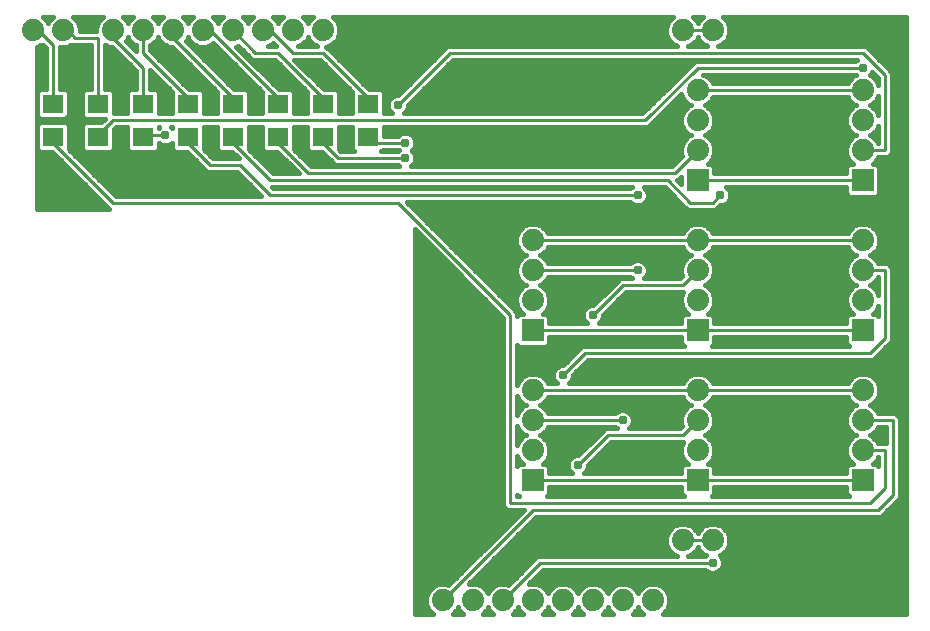
<source format=gtl>
G75*
%MOIN*%
%OFA0B0*%
%FSLAX25Y25*%
%IPPOS*%
%LPD*%
%AMOC8*
5,1,8,0,0,1.08239X$1,22.5*
%
%ADD10R,0.07400X0.07400*%
%ADD11C,0.07400*%
%ADD12R,0.07087X0.06299*%
%ADD13C,0.01000*%
%ADD14C,0.03100*%
%ADD15C,0.01600*%
D10*
X0172900Y0051800D03*
X0227900Y0051800D03*
X0282900Y0051800D03*
X0282900Y0101800D03*
X0227900Y0101800D03*
X0172900Y0101800D03*
X0227900Y0151800D03*
X0282900Y0151800D03*
D11*
X0282900Y0161800D03*
X0282900Y0171800D03*
X0282900Y0181800D03*
X0232900Y0201800D03*
X0222900Y0201800D03*
X0227900Y0181800D03*
X0227900Y0171800D03*
X0227900Y0161800D03*
X0227900Y0131800D03*
X0227900Y0121800D03*
X0227900Y0111800D03*
X0227900Y0081800D03*
X0227900Y0071800D03*
X0227900Y0061800D03*
X0222900Y0031800D03*
X0232900Y0031800D03*
X0212900Y0011800D03*
X0202900Y0011800D03*
X0192900Y0011800D03*
X0182900Y0011800D03*
X0172900Y0011800D03*
X0162900Y0011800D03*
X0152900Y0011800D03*
X0142900Y0011800D03*
X0172900Y0061800D03*
X0172900Y0071800D03*
X0172900Y0081800D03*
X0172900Y0111800D03*
X0172900Y0121800D03*
X0172900Y0131800D03*
X0102900Y0201800D03*
X0092900Y0201800D03*
X0082900Y0201800D03*
X0072900Y0201800D03*
X0062900Y0201800D03*
X0052900Y0201800D03*
X0042900Y0201800D03*
X0032900Y0201800D03*
X0016400Y0201800D03*
X0006400Y0201800D03*
X0282900Y0131800D03*
X0282900Y0121800D03*
X0282900Y0111800D03*
X0282900Y0081800D03*
X0282900Y0071800D03*
X0282900Y0061800D03*
D12*
X0117900Y0166288D03*
X0102900Y0166288D03*
X0087900Y0166288D03*
X0072900Y0166288D03*
X0057900Y0166288D03*
X0042900Y0166288D03*
X0027900Y0166288D03*
X0012900Y0166288D03*
X0012900Y0177312D03*
X0027900Y0177312D03*
X0042900Y0177312D03*
X0057900Y0177312D03*
X0072900Y0177312D03*
X0087900Y0177312D03*
X0102900Y0177312D03*
X0117900Y0177312D03*
D13*
X0117900Y0179300D01*
X0102900Y0194300D01*
X0092900Y0194300D01*
X0085400Y0201800D01*
X0082900Y0201800D01*
X0080400Y0194300D02*
X0072900Y0201800D01*
X0065400Y0201800D02*
X0062900Y0201800D01*
X0065400Y0201800D02*
X0087900Y0179300D01*
X0087900Y0177312D01*
X0072900Y0177312D02*
X0072900Y0179300D01*
X0052900Y0199300D01*
X0052900Y0201800D01*
X0042900Y0201800D02*
X0042900Y0194300D01*
X0057900Y0179300D01*
X0057900Y0177312D01*
X0050400Y0166800D02*
X0042900Y0166800D01*
X0042900Y0166288D01*
X0032900Y0171800D02*
X0210400Y0171800D01*
X0227900Y0189300D01*
X0282900Y0189300D01*
X0282900Y0194300D02*
X0290400Y0186800D01*
X0290400Y0161800D01*
X0282900Y0161800D01*
X0282900Y0151800D02*
X0227900Y0151800D01*
X0220400Y0154300D02*
X0227900Y0161800D01*
X0220400Y0154300D02*
X0097900Y0154300D01*
X0087900Y0164300D01*
X0087900Y0166288D01*
X0075400Y0156800D02*
X0085400Y0146800D01*
X0207900Y0146800D01*
X0217900Y0151800D02*
X0225400Y0144300D01*
X0232900Y0144300D01*
X0235400Y0146800D01*
X0217900Y0151800D02*
X0085400Y0151800D01*
X0072900Y0164300D01*
X0072900Y0166288D01*
X0075400Y0156800D02*
X0065400Y0156800D01*
X0057900Y0164300D01*
X0057900Y0166288D01*
X0042900Y0177312D02*
X0042900Y0189300D01*
X0032900Y0199300D01*
X0032900Y0201800D01*
X0027900Y0199300D02*
X0020400Y0199300D01*
X0017900Y0201800D01*
X0016400Y0201800D01*
X0012900Y0196800D02*
X0007900Y0201800D01*
X0006400Y0201800D01*
X0012900Y0196800D02*
X0012900Y0177312D01*
X0027900Y0177312D02*
X0027900Y0199300D01*
X0032900Y0171800D02*
X0027900Y0166800D01*
X0027900Y0166288D01*
X0012900Y0166288D02*
X0012900Y0164300D01*
X0032900Y0144300D01*
X0127900Y0144300D01*
X0165400Y0106800D01*
X0165400Y0044300D01*
X0285400Y0044300D01*
X0290400Y0049300D01*
X0290400Y0061800D01*
X0282900Y0061800D01*
X0282900Y0051800D02*
X0227900Y0051800D01*
X0172900Y0051800D01*
X0172900Y0041800D02*
X0287900Y0041800D01*
X0292900Y0046800D01*
X0292900Y0071800D01*
X0282900Y0071800D01*
X0282900Y0081800D02*
X0227900Y0081800D01*
X0172900Y0081800D01*
X0182900Y0086800D02*
X0190400Y0094300D01*
X0285400Y0094300D01*
X0290400Y0099300D01*
X0290400Y0121800D01*
X0282900Y0121800D01*
X0282900Y0131800D02*
X0227900Y0131800D01*
X0172900Y0131800D01*
X0172900Y0121800D02*
X0207900Y0121800D01*
X0202900Y0116800D02*
X0222900Y0116800D01*
X0227900Y0121800D01*
X0202900Y0116800D02*
X0192900Y0106800D01*
X0172900Y0101800D02*
X0227900Y0101800D01*
X0282900Y0101800D01*
X0227900Y0071800D02*
X0222900Y0066800D01*
X0197900Y0066800D01*
X0187900Y0056800D01*
X0172900Y0041800D02*
X0142900Y0011800D01*
X0162900Y0011800D02*
X0175400Y0024300D01*
X0232900Y0024300D01*
X0232900Y0031800D02*
X0222900Y0031800D01*
X0202900Y0071800D02*
X0172900Y0071800D01*
X0130400Y0159300D02*
X0107900Y0159300D01*
X0102900Y0164300D01*
X0102900Y0166288D01*
X0117900Y0166288D02*
X0117900Y0164300D01*
X0130400Y0164300D01*
X0127900Y0176800D02*
X0145400Y0194300D01*
X0282900Y0194300D01*
X0282900Y0181800D02*
X0227900Y0181800D01*
X0232900Y0201800D02*
X0222900Y0201800D01*
X0102900Y0179300D02*
X0102900Y0177312D01*
X0102900Y0179300D02*
X0087900Y0194300D01*
X0080400Y0194300D01*
D14*
X0050400Y0166800D03*
X0127900Y0176800D03*
X0130400Y0164300D03*
X0130400Y0159300D03*
X0192900Y0106800D03*
X0207900Y0121800D03*
X0207900Y0146800D03*
X0235400Y0146800D03*
X0282900Y0189300D03*
X0182900Y0086800D03*
X0202900Y0071800D03*
X0187900Y0056800D03*
X0232900Y0024300D03*
D15*
X0133500Y0007400D02*
X0133500Y0135447D01*
X0163100Y0105847D01*
X0163100Y0043347D01*
X0164447Y0042000D01*
X0169847Y0042000D01*
X0144810Y0016962D01*
X0143994Y0017300D01*
X0141806Y0017300D01*
X0139784Y0016463D01*
X0138237Y0014915D01*
X0137400Y0012894D01*
X0137400Y0010706D01*
X0138237Y0008684D01*
X0139522Y0007400D01*
X0133500Y0007400D01*
X0133500Y0008194D02*
X0138728Y0008194D01*
X0137778Y0009793D02*
X0133500Y0009793D01*
X0133500Y0011391D02*
X0137400Y0011391D01*
X0137440Y0012990D02*
X0133500Y0012990D01*
X0133500Y0014588D02*
X0138102Y0014588D01*
X0139508Y0016187D02*
X0133500Y0016187D01*
X0133500Y0017785D02*
X0145632Y0017785D01*
X0147231Y0019384D02*
X0133500Y0019384D01*
X0133500Y0020982D02*
X0148829Y0020982D01*
X0150428Y0022581D02*
X0133500Y0022581D01*
X0133500Y0024179D02*
X0152026Y0024179D01*
X0153625Y0025778D02*
X0133500Y0025778D01*
X0133500Y0027376D02*
X0155224Y0027376D01*
X0156822Y0028975D02*
X0133500Y0028975D01*
X0133500Y0030573D02*
X0158421Y0030573D01*
X0160019Y0032172D02*
X0133500Y0032172D01*
X0133500Y0033770D02*
X0161618Y0033770D01*
X0163216Y0035369D02*
X0133500Y0035369D01*
X0133500Y0036967D02*
X0164815Y0036967D01*
X0166413Y0038566D02*
X0133500Y0038566D01*
X0133500Y0040164D02*
X0168012Y0040164D01*
X0169610Y0041763D02*
X0133500Y0041763D01*
X0133500Y0043361D02*
X0163100Y0043361D01*
X0163100Y0044960D02*
X0133500Y0044960D01*
X0133500Y0046558D02*
X0163100Y0046558D01*
X0163100Y0048157D02*
X0133500Y0048157D01*
X0133500Y0049755D02*
X0163100Y0049755D01*
X0163100Y0051354D02*
X0133500Y0051354D01*
X0133500Y0052952D02*
X0163100Y0052952D01*
X0163100Y0054551D02*
X0133500Y0054551D01*
X0133500Y0056149D02*
X0163100Y0056149D01*
X0163100Y0057748D02*
X0133500Y0057748D01*
X0133500Y0059346D02*
X0163100Y0059346D01*
X0163100Y0060945D02*
X0133500Y0060945D01*
X0133500Y0062543D02*
X0163100Y0062543D01*
X0163100Y0064142D02*
X0133500Y0064142D01*
X0133500Y0065740D02*
X0163100Y0065740D01*
X0163100Y0067339D02*
X0133500Y0067339D01*
X0133500Y0068937D02*
X0163100Y0068937D01*
X0163100Y0070536D02*
X0133500Y0070536D01*
X0133500Y0072134D02*
X0163100Y0072134D01*
X0163100Y0073733D02*
X0133500Y0073733D01*
X0133500Y0075332D02*
X0163100Y0075332D01*
X0163100Y0076930D02*
X0133500Y0076930D01*
X0133500Y0078529D02*
X0163100Y0078529D01*
X0163100Y0080127D02*
X0133500Y0080127D01*
X0133500Y0081726D02*
X0163100Y0081726D01*
X0163100Y0083324D02*
X0133500Y0083324D01*
X0133500Y0084923D02*
X0163100Y0084923D01*
X0163100Y0086521D02*
X0133500Y0086521D01*
X0133500Y0088120D02*
X0163100Y0088120D01*
X0163100Y0089718D02*
X0133500Y0089718D01*
X0133500Y0091317D02*
X0163100Y0091317D01*
X0163100Y0092915D02*
X0133500Y0092915D01*
X0133500Y0094514D02*
X0163100Y0094514D01*
X0163100Y0096112D02*
X0133500Y0096112D01*
X0133500Y0097711D02*
X0163100Y0097711D01*
X0163100Y0099309D02*
X0133500Y0099309D01*
X0133500Y0100908D02*
X0163100Y0100908D01*
X0163100Y0102506D02*
X0133500Y0102506D01*
X0133500Y0104105D02*
X0163100Y0104105D01*
X0163100Y0105703D02*
X0133500Y0105703D01*
X0133500Y0107302D02*
X0161646Y0107302D01*
X0160047Y0108900D02*
X0133500Y0108900D01*
X0133500Y0110499D02*
X0158449Y0110499D01*
X0156850Y0112097D02*
X0133500Y0112097D01*
X0133500Y0113696D02*
X0155252Y0113696D01*
X0153653Y0115294D02*
X0133500Y0115294D01*
X0133500Y0116893D02*
X0152054Y0116893D01*
X0150456Y0118491D02*
X0133500Y0118491D01*
X0133500Y0120090D02*
X0148857Y0120090D01*
X0147259Y0121688D02*
X0133500Y0121688D01*
X0133500Y0123287D02*
X0145660Y0123287D01*
X0144062Y0124885D02*
X0133500Y0124885D01*
X0133500Y0126484D02*
X0142463Y0126484D01*
X0140865Y0128082D02*
X0133500Y0128082D01*
X0133500Y0129681D02*
X0139266Y0129681D01*
X0137668Y0131279D02*
X0133500Y0131279D01*
X0133500Y0132878D02*
X0136069Y0132878D01*
X0134471Y0134476D02*
X0133500Y0134476D01*
X0137779Y0137673D02*
X0297300Y0137673D01*
X0297300Y0136075D02*
X0286403Y0136075D01*
X0286015Y0136463D02*
X0283994Y0137300D01*
X0281806Y0137300D01*
X0279784Y0136463D01*
X0278237Y0134915D01*
X0277900Y0134100D01*
X0232900Y0134100D01*
X0232563Y0134915D01*
X0231015Y0136463D01*
X0228994Y0137300D01*
X0226806Y0137300D01*
X0224784Y0136463D01*
X0223237Y0134915D01*
X0222900Y0134100D01*
X0177900Y0134100D01*
X0177563Y0134915D01*
X0176015Y0136463D01*
X0173994Y0137300D01*
X0171806Y0137300D01*
X0169784Y0136463D01*
X0168237Y0134915D01*
X0167400Y0132894D01*
X0167400Y0130706D01*
X0168237Y0128684D01*
X0169784Y0127137D01*
X0170599Y0126800D01*
X0169784Y0126463D01*
X0168237Y0124915D01*
X0167400Y0122894D01*
X0167400Y0120706D01*
X0168237Y0118684D01*
X0169784Y0117137D01*
X0170599Y0116800D01*
X0169784Y0116463D01*
X0168237Y0114915D01*
X0167400Y0112894D01*
X0167400Y0110706D01*
X0168237Y0108684D01*
X0169622Y0107300D01*
X0168454Y0107300D01*
X0167700Y0106546D01*
X0167700Y0107753D01*
X0166353Y0109100D01*
X0130953Y0144500D01*
X0205462Y0144500D01*
X0206002Y0143960D01*
X0207234Y0143450D01*
X0208566Y0143450D01*
X0209798Y0143960D01*
X0210740Y0144902D01*
X0211250Y0146134D01*
X0211250Y0147466D01*
X0210740Y0148698D01*
X0209938Y0149500D01*
X0216947Y0149500D01*
X0223100Y0143347D01*
X0224447Y0142000D01*
X0233853Y0142000D01*
X0235303Y0143450D01*
X0236066Y0143450D01*
X0237298Y0143960D01*
X0238240Y0144902D01*
X0238750Y0146134D01*
X0238750Y0147466D01*
X0238240Y0148698D01*
X0237438Y0149500D01*
X0277400Y0149500D01*
X0277400Y0147354D01*
X0278454Y0146300D01*
X0287346Y0146300D01*
X0288400Y0147354D01*
X0288400Y0156246D01*
X0287346Y0157300D01*
X0286178Y0157300D01*
X0287563Y0158684D01*
X0287900Y0159500D01*
X0291353Y0159500D01*
X0292700Y0160847D01*
X0292700Y0187753D01*
X0291353Y0189100D01*
X0283853Y0196600D01*
X0234718Y0196600D01*
X0236015Y0197137D01*
X0237563Y0198684D01*
X0238400Y0200706D01*
X0238400Y0202894D01*
X0237563Y0204915D01*
X0236278Y0206200D01*
X0297300Y0206200D01*
X0297300Y0007400D01*
X0216278Y0007400D01*
X0217563Y0008684D01*
X0218400Y0010706D01*
X0218400Y0012894D01*
X0217563Y0014915D01*
X0216015Y0016463D01*
X0213994Y0017300D01*
X0211806Y0017300D01*
X0209784Y0016463D01*
X0208237Y0014915D01*
X0207900Y0014101D01*
X0207563Y0014915D01*
X0206015Y0016463D01*
X0203994Y0017300D01*
X0201806Y0017300D01*
X0199784Y0016463D01*
X0198237Y0014915D01*
X0197900Y0014101D01*
X0197563Y0014915D01*
X0196015Y0016463D01*
X0193994Y0017300D01*
X0191806Y0017300D01*
X0189784Y0016463D01*
X0188237Y0014915D01*
X0187900Y0014101D01*
X0187563Y0014915D01*
X0186015Y0016463D01*
X0183994Y0017300D01*
X0181806Y0017300D01*
X0179784Y0016463D01*
X0178237Y0014915D01*
X0177900Y0014101D01*
X0177563Y0014915D01*
X0176015Y0016463D01*
X0173994Y0017300D01*
X0171806Y0017300D01*
X0171544Y0017192D01*
X0176353Y0022000D01*
X0230462Y0022000D01*
X0231002Y0021460D01*
X0232234Y0020950D01*
X0233566Y0020950D01*
X0234798Y0021460D01*
X0235740Y0022402D01*
X0236250Y0023634D01*
X0236250Y0024966D01*
X0235740Y0026198D01*
X0235156Y0026781D01*
X0236015Y0027137D01*
X0237563Y0028684D01*
X0238400Y0030706D01*
X0238400Y0032894D01*
X0237563Y0034915D01*
X0236015Y0036463D01*
X0233994Y0037300D01*
X0231806Y0037300D01*
X0229784Y0036463D01*
X0228237Y0034915D01*
X0227900Y0034101D01*
X0227563Y0034915D01*
X0226015Y0036463D01*
X0223994Y0037300D01*
X0221806Y0037300D01*
X0219784Y0036463D01*
X0218237Y0034915D01*
X0217400Y0032894D01*
X0217400Y0030706D01*
X0218237Y0028684D01*
X0219784Y0027137D01*
X0221082Y0026600D01*
X0174447Y0026600D01*
X0173100Y0025253D01*
X0164810Y0016962D01*
X0163994Y0017300D01*
X0161806Y0017300D01*
X0159784Y0016463D01*
X0158237Y0014915D01*
X0157900Y0014101D01*
X0157563Y0014915D01*
X0156015Y0016463D01*
X0153994Y0017300D01*
X0151806Y0017300D01*
X0151544Y0017192D01*
X0173853Y0039500D01*
X0288853Y0039500D01*
X0293853Y0044500D01*
X0295200Y0045847D01*
X0295200Y0072753D01*
X0293853Y0074100D01*
X0287900Y0074100D01*
X0287563Y0074915D01*
X0286015Y0076463D01*
X0285201Y0076800D01*
X0286015Y0077137D01*
X0287563Y0078684D01*
X0288400Y0080706D01*
X0288400Y0082894D01*
X0287563Y0084915D01*
X0286015Y0086463D01*
X0283994Y0087300D01*
X0281806Y0087300D01*
X0279784Y0086463D01*
X0278237Y0084915D01*
X0277900Y0084100D01*
X0232900Y0084100D01*
X0232563Y0084915D01*
X0231015Y0086463D01*
X0228994Y0087300D01*
X0226806Y0087300D01*
X0224784Y0086463D01*
X0223237Y0084915D01*
X0222900Y0084100D01*
X0184938Y0084100D01*
X0185740Y0084902D01*
X0186250Y0086134D01*
X0186250Y0086897D01*
X0191353Y0092000D01*
X0286353Y0092000D01*
X0291353Y0097000D01*
X0292700Y0098347D01*
X0292700Y0122753D01*
X0291353Y0124100D01*
X0287900Y0124100D01*
X0287563Y0124915D01*
X0286015Y0126463D01*
X0285201Y0126800D01*
X0286015Y0127137D01*
X0287563Y0128684D01*
X0288400Y0130706D01*
X0288400Y0132894D01*
X0287563Y0134915D01*
X0286015Y0136463D01*
X0287745Y0134476D02*
X0297300Y0134476D01*
X0297300Y0132878D02*
X0288400Y0132878D01*
X0288400Y0131279D02*
X0297300Y0131279D01*
X0297300Y0129681D02*
X0287975Y0129681D01*
X0286961Y0128082D02*
X0297300Y0128082D01*
X0297300Y0126484D02*
X0285964Y0126484D01*
X0287575Y0124885D02*
X0297300Y0124885D01*
X0297300Y0123287D02*
X0292166Y0123287D01*
X0292700Y0121688D02*
X0297300Y0121688D01*
X0297300Y0120090D02*
X0292700Y0120090D01*
X0292700Y0118491D02*
X0297300Y0118491D01*
X0297300Y0116893D02*
X0292700Y0116893D01*
X0292700Y0115294D02*
X0297300Y0115294D01*
X0297300Y0113696D02*
X0292700Y0113696D01*
X0292700Y0112097D02*
X0297300Y0112097D01*
X0297300Y0110499D02*
X0292700Y0110499D01*
X0292700Y0108900D02*
X0297300Y0108900D01*
X0297300Y0107302D02*
X0292700Y0107302D01*
X0292700Y0105703D02*
X0297300Y0105703D01*
X0297300Y0104105D02*
X0292700Y0104105D01*
X0292700Y0102506D02*
X0297300Y0102506D01*
X0297300Y0100908D02*
X0292700Y0100908D01*
X0292700Y0099309D02*
X0297300Y0099309D01*
X0297300Y0097711D02*
X0292063Y0097711D01*
X0290465Y0096112D02*
X0297300Y0096112D01*
X0297300Y0094514D02*
X0288866Y0094514D01*
X0287268Y0092915D02*
X0297300Y0092915D01*
X0297300Y0091317D02*
X0190669Y0091317D01*
X0189071Y0089718D02*
X0297300Y0089718D01*
X0297300Y0088120D02*
X0187472Y0088120D01*
X0186250Y0086521D02*
X0224926Y0086521D01*
X0223244Y0084923D02*
X0185748Y0084923D01*
X0180862Y0084100D02*
X0177900Y0084100D01*
X0177563Y0084915D01*
X0176015Y0086463D01*
X0173994Y0087300D01*
X0171806Y0087300D01*
X0169784Y0086463D01*
X0168237Y0084915D01*
X0167700Y0083618D01*
X0167700Y0097054D01*
X0168454Y0096300D01*
X0177346Y0096300D01*
X0178400Y0097354D01*
X0178400Y0099500D01*
X0222400Y0099500D01*
X0222400Y0097354D01*
X0223154Y0096600D01*
X0189447Y0096600D01*
X0188100Y0095253D01*
X0182997Y0090150D01*
X0182234Y0090150D01*
X0181002Y0089640D01*
X0180060Y0088698D01*
X0179550Y0087466D01*
X0179550Y0086134D01*
X0180060Y0084902D01*
X0180862Y0084100D01*
X0180052Y0084923D02*
X0177556Y0084923D01*
X0175874Y0086521D02*
X0179550Y0086521D01*
X0179821Y0088120D02*
X0167700Y0088120D01*
X0167700Y0089718D02*
X0181191Y0089718D01*
X0184164Y0091317D02*
X0167700Y0091317D01*
X0167700Y0092915D02*
X0185762Y0092915D01*
X0187361Y0094514D02*
X0167700Y0094514D01*
X0167700Y0096112D02*
X0188959Y0096112D01*
X0190862Y0104100D02*
X0178400Y0104100D01*
X0178400Y0106246D01*
X0177346Y0107300D01*
X0176178Y0107300D01*
X0177563Y0108684D01*
X0178400Y0110706D01*
X0178400Y0112894D01*
X0177563Y0114915D01*
X0176015Y0116463D01*
X0175201Y0116800D01*
X0176015Y0117137D01*
X0177563Y0118684D01*
X0177900Y0119500D01*
X0205462Y0119500D01*
X0205862Y0119100D01*
X0201947Y0119100D01*
X0200600Y0117753D01*
X0192997Y0110150D01*
X0192234Y0110150D01*
X0191002Y0109640D01*
X0190060Y0108698D01*
X0189550Y0107466D01*
X0189550Y0106134D01*
X0190060Y0104902D01*
X0190862Y0104100D01*
X0190858Y0104105D02*
X0178400Y0104105D01*
X0178400Y0105703D02*
X0189728Y0105703D01*
X0189550Y0107302D02*
X0176180Y0107302D01*
X0177652Y0108900D02*
X0190263Y0108900D01*
X0193346Y0110499D02*
X0178314Y0110499D01*
X0178400Y0112097D02*
X0194945Y0112097D01*
X0196543Y0113696D02*
X0178068Y0113696D01*
X0177184Y0115294D02*
X0198142Y0115294D01*
X0199740Y0116893D02*
X0175425Y0116893D01*
X0177369Y0118491D02*
X0201339Y0118491D01*
X0203853Y0114500D02*
X0196250Y0106897D01*
X0196250Y0106134D01*
X0195740Y0104902D01*
X0194938Y0104100D01*
X0222400Y0104100D01*
X0222400Y0106246D01*
X0223454Y0107300D01*
X0224622Y0107300D01*
X0223237Y0108684D01*
X0222400Y0110706D01*
X0222400Y0112894D01*
X0223065Y0114500D01*
X0203853Y0114500D01*
X0203048Y0113696D02*
X0222732Y0113696D01*
X0222400Y0112097D02*
X0201450Y0112097D01*
X0199851Y0110499D02*
X0222486Y0110499D01*
X0223148Y0108900D02*
X0198253Y0108900D01*
X0196654Y0107302D02*
X0224620Y0107302D01*
X0222400Y0105703D02*
X0196072Y0105703D01*
X0194942Y0104105D02*
X0222400Y0104105D01*
X0222400Y0099309D02*
X0178400Y0099309D01*
X0178400Y0097711D02*
X0222400Y0097711D01*
X0232646Y0096600D02*
X0233400Y0097354D01*
X0233400Y0099500D01*
X0277400Y0099500D01*
X0277400Y0097354D01*
X0278154Y0096600D01*
X0232646Y0096600D01*
X0233400Y0097711D02*
X0277400Y0097711D01*
X0277400Y0099309D02*
X0233400Y0099309D01*
X0233400Y0104100D02*
X0233400Y0106246D01*
X0232346Y0107300D01*
X0231178Y0107300D01*
X0232563Y0108684D01*
X0233400Y0110706D01*
X0233400Y0112894D01*
X0232563Y0114915D01*
X0231015Y0116463D01*
X0230201Y0116800D01*
X0231015Y0117137D01*
X0232563Y0118684D01*
X0233400Y0120706D01*
X0233400Y0122894D01*
X0232563Y0124915D01*
X0231015Y0126463D01*
X0230201Y0126800D01*
X0231015Y0127137D01*
X0232563Y0128684D01*
X0232900Y0129500D01*
X0277900Y0129500D01*
X0278237Y0128684D01*
X0279784Y0127137D01*
X0280599Y0126800D01*
X0279784Y0126463D01*
X0278237Y0124915D01*
X0277400Y0122894D01*
X0277400Y0120706D01*
X0278237Y0118684D01*
X0279784Y0117137D01*
X0280599Y0116800D01*
X0279784Y0116463D01*
X0278237Y0114915D01*
X0277400Y0112894D01*
X0277400Y0110706D01*
X0278237Y0108684D01*
X0279622Y0107300D01*
X0278454Y0107300D01*
X0277400Y0106246D01*
X0277400Y0104100D01*
X0233400Y0104100D01*
X0233400Y0104105D02*
X0277400Y0104105D01*
X0277400Y0105703D02*
X0233400Y0105703D01*
X0231180Y0107302D02*
X0279620Y0107302D01*
X0278148Y0108900D02*
X0232652Y0108900D01*
X0233314Y0110499D02*
X0277486Y0110499D01*
X0277400Y0112097D02*
X0233400Y0112097D01*
X0233068Y0113696D02*
X0277732Y0113696D01*
X0278616Y0115294D02*
X0232184Y0115294D01*
X0230425Y0116893D02*
X0280375Y0116893D01*
X0278430Y0118491D02*
X0232369Y0118491D01*
X0233145Y0120090D02*
X0277655Y0120090D01*
X0277400Y0121688D02*
X0233400Y0121688D01*
X0233237Y0123287D02*
X0277563Y0123287D01*
X0278225Y0124885D02*
X0232575Y0124885D01*
X0230964Y0126484D02*
X0279836Y0126484D01*
X0278839Y0128082D02*
X0231961Y0128082D01*
X0225599Y0126800D02*
X0224784Y0126463D01*
X0223237Y0124915D01*
X0222400Y0122894D01*
X0222400Y0120706D01*
X0222738Y0119890D01*
X0221947Y0119100D01*
X0209938Y0119100D01*
X0210740Y0119902D01*
X0211250Y0121134D01*
X0211250Y0122466D01*
X0210740Y0123698D01*
X0209798Y0124640D01*
X0208566Y0125150D01*
X0207234Y0125150D01*
X0206002Y0124640D01*
X0205462Y0124100D01*
X0177900Y0124100D01*
X0177563Y0124915D01*
X0176015Y0126463D01*
X0175201Y0126800D01*
X0176015Y0127137D01*
X0177563Y0128684D01*
X0177900Y0129500D01*
X0222900Y0129500D01*
X0223237Y0128684D01*
X0224784Y0127137D01*
X0225599Y0126800D01*
X0224836Y0126484D02*
X0175964Y0126484D01*
X0176961Y0128082D02*
X0223839Y0128082D01*
X0223225Y0124885D02*
X0209205Y0124885D01*
X0210910Y0123287D02*
X0222563Y0123287D01*
X0222400Y0121688D02*
X0211250Y0121688D01*
X0210818Y0120090D02*
X0222655Y0120090D01*
X0223055Y0134476D02*
X0177745Y0134476D01*
X0176403Y0136075D02*
X0224397Y0136075D01*
X0231403Y0136075D02*
X0279397Y0136075D01*
X0278055Y0134476D02*
X0232745Y0134476D01*
X0234322Y0142469D02*
X0297300Y0142469D01*
X0297300Y0140870D02*
X0134582Y0140870D01*
X0136181Y0139272D02*
X0297300Y0139272D01*
X0297300Y0144068D02*
X0237405Y0144068D01*
X0238556Y0145666D02*
X0297300Y0145666D01*
X0297300Y0147265D02*
X0288310Y0147265D01*
X0288400Y0148863D02*
X0297300Y0148863D01*
X0297300Y0150462D02*
X0288400Y0150462D01*
X0288400Y0152060D02*
X0297300Y0152060D01*
X0297300Y0153659D02*
X0288400Y0153659D01*
X0288400Y0155257D02*
X0297300Y0155257D01*
X0297300Y0156856D02*
X0287790Y0156856D01*
X0287332Y0158454D02*
X0297300Y0158454D01*
X0297300Y0160053D02*
X0291905Y0160053D01*
X0292700Y0161651D02*
X0297300Y0161651D01*
X0297300Y0163250D02*
X0292700Y0163250D01*
X0292700Y0164848D02*
X0297300Y0164848D01*
X0297300Y0166447D02*
X0292700Y0166447D01*
X0292700Y0168045D02*
X0297300Y0168045D01*
X0297300Y0169644D02*
X0292700Y0169644D01*
X0292700Y0171242D02*
X0297300Y0171242D01*
X0297300Y0172841D02*
X0292700Y0172841D01*
X0292700Y0174439D02*
X0297300Y0174439D01*
X0297300Y0176038D02*
X0292700Y0176038D01*
X0292700Y0177636D02*
X0297300Y0177636D01*
X0297300Y0179235D02*
X0292700Y0179235D01*
X0292700Y0180833D02*
X0297300Y0180833D01*
X0297300Y0182432D02*
X0292700Y0182432D01*
X0292700Y0184030D02*
X0297300Y0184030D01*
X0297300Y0185629D02*
X0292700Y0185629D01*
X0292700Y0187227D02*
X0297300Y0187227D01*
X0297300Y0188826D02*
X0291627Y0188826D01*
X0290028Y0190424D02*
X0297300Y0190424D01*
X0297300Y0192023D02*
X0288430Y0192023D01*
X0286831Y0193621D02*
X0297300Y0193621D01*
X0297300Y0195220D02*
X0285233Y0195220D01*
X0280862Y0192000D02*
X0280462Y0191600D01*
X0226947Y0191600D01*
X0225600Y0190253D01*
X0209447Y0174100D01*
X0129938Y0174100D01*
X0130740Y0174902D01*
X0131250Y0176134D01*
X0131250Y0176897D01*
X0146353Y0192000D01*
X0280862Y0192000D01*
X0285976Y0187972D02*
X0288100Y0185847D01*
X0288100Y0183618D01*
X0287563Y0184915D01*
X0286015Y0186463D01*
X0285156Y0186819D01*
X0285740Y0187402D01*
X0285976Y0187972D01*
X0285565Y0187227D02*
X0286720Y0187227D01*
X0286849Y0185629D02*
X0288100Y0185629D01*
X0288100Y0184030D02*
X0287929Y0184030D01*
X0288100Y0179982D02*
X0288100Y0173618D01*
X0287563Y0174915D01*
X0286015Y0176463D01*
X0285201Y0176800D01*
X0286015Y0177137D01*
X0287563Y0178684D01*
X0288100Y0179982D01*
X0288100Y0179235D02*
X0287791Y0179235D01*
X0288100Y0177636D02*
X0286514Y0177636D01*
X0286440Y0176038D02*
X0288100Y0176038D01*
X0288100Y0174439D02*
X0287760Y0174439D01*
X0288100Y0169982D02*
X0288100Y0164100D01*
X0287900Y0164100D01*
X0287563Y0164915D01*
X0286015Y0166463D01*
X0285201Y0166800D01*
X0286015Y0167137D01*
X0287563Y0168684D01*
X0288100Y0169982D01*
X0288100Y0169644D02*
X0287960Y0169644D01*
X0288100Y0168045D02*
X0286923Y0168045D01*
X0286031Y0166447D02*
X0288100Y0166447D01*
X0288100Y0164848D02*
X0287591Y0164848D01*
X0280599Y0166800D02*
X0279784Y0166463D01*
X0278237Y0164915D01*
X0277400Y0162894D01*
X0277400Y0160706D01*
X0278237Y0158684D01*
X0279622Y0157300D01*
X0278454Y0157300D01*
X0277400Y0156246D01*
X0277400Y0154100D01*
X0233400Y0154100D01*
X0233400Y0156246D01*
X0232346Y0157300D01*
X0231178Y0157300D01*
X0232563Y0158684D01*
X0233400Y0160706D01*
X0233400Y0162894D01*
X0232563Y0164915D01*
X0231015Y0166463D01*
X0230201Y0166800D01*
X0231015Y0167137D01*
X0232563Y0168684D01*
X0233400Y0170706D01*
X0233400Y0172894D01*
X0232563Y0174915D01*
X0231015Y0176463D01*
X0230201Y0176800D01*
X0231015Y0177137D01*
X0232563Y0178684D01*
X0232900Y0179500D01*
X0277900Y0179500D01*
X0278237Y0178684D01*
X0279784Y0177137D01*
X0280599Y0176800D01*
X0279784Y0176463D01*
X0278237Y0174915D01*
X0277400Y0172894D01*
X0277400Y0170706D01*
X0278237Y0168684D01*
X0279784Y0167137D01*
X0280599Y0166800D01*
X0279769Y0166447D02*
X0231031Y0166447D01*
X0231923Y0168045D02*
X0278877Y0168045D01*
X0277840Y0169644D02*
X0232960Y0169644D01*
X0233400Y0171242D02*
X0277400Y0171242D01*
X0277400Y0172841D02*
X0233400Y0172841D01*
X0232760Y0174439D02*
X0278040Y0174439D01*
X0279360Y0176038D02*
X0231440Y0176038D01*
X0231514Y0177636D02*
X0279286Y0177636D01*
X0278009Y0179235D02*
X0232791Y0179235D01*
X0225599Y0176800D02*
X0224784Y0176463D01*
X0223237Y0174915D01*
X0222400Y0172894D01*
X0222400Y0170706D01*
X0223237Y0168684D01*
X0224784Y0167137D01*
X0225599Y0166800D01*
X0224784Y0166463D01*
X0223237Y0164915D01*
X0222400Y0162894D01*
X0222400Y0160706D01*
X0222738Y0159890D01*
X0219447Y0156600D01*
X0132438Y0156600D01*
X0133240Y0157402D01*
X0133750Y0158634D01*
X0133750Y0159966D01*
X0133240Y0161198D01*
X0132638Y0161800D01*
X0133240Y0162402D01*
X0133750Y0163634D01*
X0133750Y0164966D01*
X0133240Y0166198D01*
X0132298Y0167140D01*
X0131066Y0167650D01*
X0129734Y0167650D01*
X0128502Y0167140D01*
X0127962Y0166600D01*
X0123243Y0166600D01*
X0123243Y0169500D01*
X0211353Y0169500D01*
X0222446Y0180594D01*
X0223237Y0178684D01*
X0224784Y0177137D01*
X0225599Y0176800D01*
X0224360Y0176038D02*
X0217890Y0176038D01*
X0216292Y0174439D02*
X0223040Y0174439D01*
X0222400Y0172841D02*
X0214693Y0172841D01*
X0213095Y0171242D02*
X0222400Y0171242D01*
X0222840Y0169644D02*
X0211496Y0169644D01*
X0209787Y0174439D02*
X0130277Y0174439D01*
X0131210Y0176038D02*
X0211385Y0176038D01*
X0212984Y0177636D02*
X0131989Y0177636D01*
X0133587Y0179235D02*
X0214582Y0179235D01*
X0216181Y0180833D02*
X0135186Y0180833D01*
X0136784Y0182432D02*
X0217779Y0182432D01*
X0219378Y0184030D02*
X0138383Y0184030D01*
X0139981Y0185629D02*
X0220976Y0185629D01*
X0222575Y0187227D02*
X0141580Y0187227D01*
X0143179Y0188826D02*
X0224173Y0188826D01*
X0225772Y0190424D02*
X0144777Y0190424D01*
X0141469Y0193621D02*
X0106831Y0193621D01*
X0108430Y0192023D02*
X0139870Y0192023D01*
X0138272Y0190424D02*
X0110028Y0190424D01*
X0111627Y0188826D02*
X0136673Y0188826D01*
X0135075Y0187227D02*
X0113225Y0187227D01*
X0114824Y0185629D02*
X0133476Y0185629D01*
X0131878Y0184030D02*
X0116422Y0184030D01*
X0118021Y0182432D02*
X0130279Y0182432D01*
X0128681Y0180833D02*
X0123243Y0180833D01*
X0123243Y0181207D02*
X0122189Y0182261D01*
X0118191Y0182261D01*
X0105200Y0195253D01*
X0104106Y0196346D01*
X0106015Y0197137D01*
X0107563Y0198684D01*
X0108400Y0200706D01*
X0108400Y0202894D01*
X0107563Y0204915D01*
X0106278Y0206200D01*
X0219522Y0206200D01*
X0218237Y0204915D01*
X0217400Y0202894D01*
X0217400Y0200706D01*
X0218237Y0198684D01*
X0219784Y0197137D01*
X0221082Y0196600D01*
X0144447Y0196600D01*
X0143100Y0195253D01*
X0127997Y0180150D01*
X0127234Y0180150D01*
X0126002Y0179640D01*
X0125060Y0178698D01*
X0124550Y0177466D01*
X0124550Y0176134D01*
X0125060Y0174902D01*
X0125862Y0174100D01*
X0123243Y0174100D01*
X0123243Y0181207D01*
X0123243Y0179235D02*
X0125597Y0179235D01*
X0124620Y0177636D02*
X0123243Y0177636D01*
X0123243Y0176038D02*
X0124590Y0176038D01*
X0125523Y0174439D02*
X0123243Y0174439D01*
X0123243Y0168045D02*
X0223877Y0168045D01*
X0224769Y0166447D02*
X0132991Y0166447D01*
X0133750Y0164848D02*
X0223209Y0164848D01*
X0222547Y0163250D02*
X0133591Y0163250D01*
X0132786Y0161651D02*
X0222400Y0161651D01*
X0222671Y0160053D02*
X0133714Y0160053D01*
X0133676Y0158454D02*
X0221301Y0158454D01*
X0219703Y0156856D02*
X0132693Y0156856D01*
X0128362Y0156600D02*
X0098853Y0156600D01*
X0093151Y0162301D01*
X0093243Y0162393D01*
X0093243Y0169500D01*
X0097557Y0169500D01*
X0097557Y0162393D01*
X0098611Y0161339D01*
X0102609Y0161339D01*
X0105600Y0158347D01*
X0106947Y0157000D01*
X0127962Y0157000D01*
X0128362Y0156600D01*
X0128107Y0156856D02*
X0098597Y0156856D01*
X0096999Y0158454D02*
X0105493Y0158454D01*
X0103895Y0160053D02*
X0095400Y0160053D01*
X0093802Y0161651D02*
X0098299Y0161651D01*
X0097557Y0163250D02*
X0093243Y0163250D01*
X0093243Y0164848D02*
X0097557Y0164848D01*
X0097557Y0166447D02*
X0093243Y0166447D01*
X0093243Y0168045D02*
X0097557Y0168045D01*
X0097557Y0174100D02*
X0093243Y0174100D01*
X0093243Y0181207D01*
X0092189Y0182261D01*
X0088191Y0182261D01*
X0074106Y0196346D01*
X0074810Y0196638D01*
X0079447Y0192000D01*
X0081353Y0192000D01*
X0086947Y0192000D01*
X0097649Y0181299D01*
X0097557Y0181207D01*
X0097557Y0174100D01*
X0097557Y0174439D02*
X0093243Y0174439D01*
X0093243Y0176038D02*
X0097557Y0176038D01*
X0097557Y0177636D02*
X0093243Y0177636D01*
X0093243Y0179235D02*
X0097557Y0179235D01*
X0097557Y0180833D02*
X0093243Y0180833D01*
X0096516Y0182432D02*
X0088021Y0182432D01*
X0086422Y0184030D02*
X0094917Y0184030D01*
X0093319Y0185629D02*
X0084824Y0185629D01*
X0083225Y0187227D02*
X0091720Y0187227D01*
X0090121Y0188826D02*
X0081627Y0188826D01*
X0080028Y0190424D02*
X0088523Y0190424D01*
X0093453Y0192000D02*
X0101947Y0192000D01*
X0112649Y0181299D01*
X0112557Y0181207D01*
X0112557Y0174100D01*
X0108243Y0174100D01*
X0108243Y0181207D01*
X0107189Y0182261D01*
X0103191Y0182261D01*
X0093453Y0192000D01*
X0095028Y0190424D02*
X0103523Y0190424D01*
X0105121Y0188826D02*
X0096627Y0188826D01*
X0098225Y0187227D02*
X0106720Y0187227D01*
X0108319Y0185629D02*
X0099824Y0185629D01*
X0101422Y0184030D02*
X0109917Y0184030D01*
X0111516Y0182432D02*
X0103021Y0182432D01*
X0108243Y0180833D02*
X0112557Y0180833D01*
X0112557Y0179235D02*
X0108243Y0179235D01*
X0108243Y0177636D02*
X0112557Y0177636D01*
X0112557Y0176038D02*
X0108243Y0176038D01*
X0108243Y0174439D02*
X0112557Y0174439D01*
X0112557Y0169500D02*
X0108243Y0169500D01*
X0108243Y0162393D01*
X0108151Y0162301D01*
X0108853Y0161600D01*
X0113350Y0161600D01*
X0112557Y0162393D01*
X0112557Y0169500D01*
X0112557Y0168045D02*
X0108243Y0168045D01*
X0108243Y0166447D02*
X0112557Y0166447D01*
X0112557Y0164848D02*
X0108243Y0164848D01*
X0108243Y0163250D02*
X0112557Y0163250D01*
X0113299Y0161651D02*
X0108802Y0161651D01*
X0094847Y0154100D02*
X0086353Y0154100D01*
X0078151Y0162301D01*
X0078243Y0162393D01*
X0078243Y0169500D01*
X0082557Y0169500D01*
X0082557Y0162393D01*
X0083611Y0161339D01*
X0087609Y0161339D01*
X0094847Y0154100D01*
X0093690Y0155257D02*
X0085196Y0155257D01*
X0083597Y0156856D02*
X0092092Y0156856D01*
X0090493Y0158454D02*
X0081999Y0158454D01*
X0080400Y0160053D02*
X0088895Y0160053D01*
X0083299Y0161651D02*
X0078802Y0161651D01*
X0078243Y0163250D02*
X0082557Y0163250D01*
X0082557Y0164848D02*
X0078243Y0164848D01*
X0078243Y0166447D02*
X0082557Y0166447D01*
X0082557Y0168045D02*
X0078243Y0168045D01*
X0078243Y0174100D02*
X0078243Y0181207D01*
X0077189Y0182261D01*
X0073191Y0182261D01*
X0057165Y0198287D01*
X0057563Y0198684D01*
X0057900Y0199499D01*
X0058237Y0198684D01*
X0059784Y0197137D01*
X0061806Y0196300D01*
X0063994Y0196300D01*
X0066015Y0197137D01*
X0066413Y0197535D01*
X0082649Y0181299D01*
X0082557Y0181207D01*
X0082557Y0174100D01*
X0078243Y0174100D01*
X0078243Y0174439D02*
X0082557Y0174439D01*
X0082557Y0176038D02*
X0078243Y0176038D01*
X0078243Y0177636D02*
X0082557Y0177636D01*
X0082557Y0179235D02*
X0078243Y0179235D01*
X0078243Y0180833D02*
X0082557Y0180833D01*
X0081516Y0182432D02*
X0073021Y0182432D01*
X0071422Y0184030D02*
X0079917Y0184030D01*
X0078319Y0185629D02*
X0069824Y0185629D01*
X0068225Y0187227D02*
X0076720Y0187227D01*
X0075121Y0188826D02*
X0066627Y0188826D01*
X0065028Y0190424D02*
X0073523Y0190424D01*
X0071924Y0192023D02*
X0063430Y0192023D01*
X0061831Y0193621D02*
X0070326Y0193621D01*
X0068727Y0195220D02*
X0060233Y0195220D01*
X0060554Y0196818D02*
X0058634Y0196818D01*
X0058505Y0198417D02*
X0057295Y0198417D01*
X0053727Y0195220D02*
X0045233Y0195220D01*
X0045200Y0195253D02*
X0045200Y0196800D01*
X0046015Y0197137D01*
X0047563Y0198684D01*
X0047900Y0199499D01*
X0048237Y0198684D01*
X0049784Y0197137D01*
X0051806Y0196300D01*
X0052647Y0196300D01*
X0067649Y0181299D01*
X0067557Y0181207D01*
X0067557Y0174100D01*
X0063243Y0174100D01*
X0063243Y0181207D01*
X0062189Y0182261D01*
X0058191Y0182261D01*
X0045200Y0195253D01*
X0045245Y0196818D02*
X0050554Y0196818D01*
X0048505Y0198417D02*
X0047295Y0198417D01*
X0046831Y0193621D02*
X0055326Y0193621D01*
X0056924Y0192023D02*
X0048430Y0192023D01*
X0050028Y0190424D02*
X0058523Y0190424D01*
X0060121Y0188826D02*
X0051627Y0188826D01*
X0053225Y0187227D02*
X0061720Y0187227D01*
X0063319Y0185629D02*
X0054824Y0185629D01*
X0056422Y0184030D02*
X0064917Y0184030D01*
X0066516Y0182432D02*
X0058021Y0182432D01*
X0063243Y0180833D02*
X0067557Y0180833D01*
X0067557Y0179235D02*
X0063243Y0179235D01*
X0063243Y0177636D02*
X0067557Y0177636D01*
X0067557Y0176038D02*
X0063243Y0176038D01*
X0063243Y0174439D02*
X0067557Y0174439D01*
X0067557Y0169500D02*
X0063243Y0169500D01*
X0063243Y0162393D01*
X0063151Y0162301D01*
X0066353Y0159100D01*
X0074447Y0159100D01*
X0074847Y0159100D01*
X0072609Y0161339D01*
X0068611Y0161339D01*
X0067557Y0162393D01*
X0067557Y0169500D01*
X0067557Y0168045D02*
X0063243Y0168045D01*
X0063243Y0166447D02*
X0067557Y0166447D01*
X0067557Y0164848D02*
X0063243Y0164848D01*
X0063243Y0163250D02*
X0067557Y0163250D01*
X0068299Y0161651D02*
X0063802Y0161651D01*
X0065400Y0160053D02*
X0073895Y0160053D01*
X0074447Y0154500D02*
X0082347Y0146600D01*
X0033853Y0146600D01*
X0018151Y0162301D01*
X0018243Y0162393D01*
X0018243Y0170183D01*
X0017189Y0171238D01*
X0008611Y0171238D01*
X0007557Y0170183D01*
X0007557Y0162393D01*
X0008611Y0161339D01*
X0012609Y0161339D01*
X0030600Y0143347D01*
X0031547Y0142400D01*
X0007500Y0142400D01*
X0007500Y0196302D01*
X0009370Y0197077D01*
X0010600Y0195847D01*
X0010600Y0182261D01*
X0008611Y0182261D01*
X0007557Y0181207D01*
X0007557Y0173417D01*
X0008611Y0172362D01*
X0017189Y0172362D01*
X0018243Y0173417D01*
X0018243Y0181207D01*
X0017189Y0182261D01*
X0015200Y0182261D01*
X0015200Y0196344D01*
X0015306Y0196300D01*
X0017494Y0196300D01*
X0019370Y0197077D01*
X0019447Y0197000D01*
X0025600Y0197000D01*
X0025600Y0182261D01*
X0023611Y0182261D01*
X0022557Y0181207D01*
X0022557Y0173417D01*
X0023611Y0172362D01*
X0030210Y0172362D01*
X0029085Y0171238D01*
X0023611Y0171238D01*
X0022557Y0170183D01*
X0022557Y0162393D01*
X0023611Y0161339D01*
X0032189Y0161339D01*
X0033243Y0162393D01*
X0033243Y0168891D01*
X0033853Y0169500D01*
X0037557Y0169500D01*
X0037557Y0162393D01*
X0038611Y0161339D01*
X0047189Y0161339D01*
X0048243Y0162393D01*
X0048243Y0164219D01*
X0048502Y0163960D01*
X0049734Y0163450D01*
X0051066Y0163450D01*
X0052298Y0163960D01*
X0052557Y0164219D01*
X0052557Y0162393D01*
X0053611Y0161339D01*
X0057609Y0161339D01*
X0063100Y0155847D01*
X0064447Y0154500D01*
X0074447Y0154500D01*
X0075289Y0153659D02*
X0026794Y0153659D01*
X0025196Y0155257D02*
X0063690Y0155257D01*
X0062092Y0156856D02*
X0023597Y0156856D01*
X0021999Y0158454D02*
X0060493Y0158454D01*
X0058895Y0160053D02*
X0020400Y0160053D01*
X0018802Y0161651D02*
X0023299Y0161651D01*
X0022557Y0163250D02*
X0018243Y0163250D01*
X0018243Y0164848D02*
X0022557Y0164848D01*
X0022557Y0166447D02*
X0018243Y0166447D01*
X0018243Y0168045D02*
X0022557Y0168045D01*
X0022557Y0169644D02*
X0018243Y0169644D01*
X0017667Y0172841D02*
X0023133Y0172841D01*
X0022557Y0174439D02*
X0018243Y0174439D01*
X0018243Y0176038D02*
X0022557Y0176038D01*
X0022557Y0177636D02*
X0018243Y0177636D01*
X0018243Y0179235D02*
X0022557Y0179235D01*
X0022557Y0180833D02*
X0018243Y0180833D01*
X0015200Y0182432D02*
X0025600Y0182432D01*
X0025600Y0184030D02*
X0015200Y0184030D01*
X0015200Y0185629D02*
X0025600Y0185629D01*
X0025600Y0187227D02*
X0015200Y0187227D01*
X0015200Y0188826D02*
X0025600Y0188826D01*
X0025600Y0190424D02*
X0015200Y0190424D01*
X0015200Y0192023D02*
X0025600Y0192023D01*
X0025600Y0193621D02*
X0015200Y0193621D01*
X0015200Y0195220D02*
X0025600Y0195220D01*
X0025600Y0196818D02*
X0018745Y0196818D01*
X0021900Y0201600D02*
X0021900Y0202894D01*
X0021063Y0204915D01*
X0019778Y0206200D01*
X0029522Y0206200D01*
X0028237Y0204915D01*
X0027400Y0202894D01*
X0027400Y0201600D01*
X0021900Y0201600D01*
X0021900Y0201614D02*
X0027400Y0201614D01*
X0027532Y0203212D02*
X0021768Y0203212D01*
X0021106Y0204811D02*
X0028194Y0204811D01*
X0036278Y0206200D02*
X0039522Y0206200D01*
X0038237Y0204915D01*
X0037900Y0204101D01*
X0037563Y0204915D01*
X0036278Y0206200D01*
X0037606Y0204811D02*
X0038194Y0204811D01*
X0037900Y0199499D02*
X0038237Y0198684D01*
X0039784Y0197137D01*
X0040600Y0196800D01*
X0040600Y0194853D01*
X0037165Y0198287D01*
X0037563Y0198684D01*
X0037900Y0199499D01*
X0037295Y0198417D02*
X0038505Y0198417D01*
X0038634Y0196818D02*
X0040554Y0196818D01*
X0040600Y0195220D02*
X0040233Y0195220D01*
X0036924Y0192023D02*
X0030200Y0192023D01*
X0030200Y0193621D02*
X0035326Y0193621D01*
X0033727Y0195220D02*
X0030200Y0195220D01*
X0030200Y0196818D02*
X0030555Y0196818D01*
X0030200Y0196965D02*
X0031806Y0196300D01*
X0032647Y0196300D01*
X0040600Y0188347D01*
X0040600Y0182261D01*
X0038611Y0182261D01*
X0037557Y0181207D01*
X0037557Y0174100D01*
X0033243Y0174100D01*
X0033243Y0181207D01*
X0032189Y0182261D01*
X0030200Y0182261D01*
X0030200Y0196965D01*
X0030200Y0190424D02*
X0038523Y0190424D01*
X0040121Y0188826D02*
X0030200Y0188826D01*
X0030200Y0187227D02*
X0040600Y0187227D01*
X0040600Y0185629D02*
X0030200Y0185629D01*
X0030200Y0184030D02*
X0040600Y0184030D01*
X0040600Y0182432D02*
X0030200Y0182432D01*
X0033243Y0180833D02*
X0037557Y0180833D01*
X0037557Y0179235D02*
X0033243Y0179235D01*
X0033243Y0177636D02*
X0037557Y0177636D01*
X0037557Y0176038D02*
X0033243Y0176038D01*
X0033243Y0174439D02*
X0037557Y0174439D01*
X0037557Y0168045D02*
X0033243Y0168045D01*
X0033243Y0166447D02*
X0037557Y0166447D01*
X0037557Y0164848D02*
X0033243Y0164848D01*
X0033243Y0163250D02*
X0037557Y0163250D01*
X0038299Y0161651D02*
X0032501Y0161651D01*
X0028393Y0152060D02*
X0076887Y0152060D01*
X0078486Y0150462D02*
X0029991Y0150462D01*
X0031590Y0148863D02*
X0080084Y0148863D01*
X0081683Y0147265D02*
X0033188Y0147265D01*
X0029880Y0144068D02*
X0007500Y0144068D01*
X0007500Y0145666D02*
X0028281Y0145666D01*
X0026683Y0147265D02*
X0007500Y0147265D01*
X0007500Y0148863D02*
X0025084Y0148863D01*
X0023486Y0150462D02*
X0007500Y0150462D01*
X0007500Y0152060D02*
X0021887Y0152060D01*
X0020289Y0153659D02*
X0007500Y0153659D01*
X0007500Y0155257D02*
X0018690Y0155257D01*
X0017092Y0156856D02*
X0007500Y0156856D01*
X0007500Y0158454D02*
X0015493Y0158454D01*
X0013895Y0160053D02*
X0007500Y0160053D01*
X0007500Y0161651D02*
X0008299Y0161651D01*
X0007557Y0163250D02*
X0007500Y0163250D01*
X0007500Y0164848D02*
X0007557Y0164848D01*
X0007557Y0166447D02*
X0007500Y0166447D01*
X0007500Y0168045D02*
X0007557Y0168045D01*
X0007557Y0169644D02*
X0007500Y0169644D01*
X0007500Y0171242D02*
X0029090Y0171242D01*
X0045200Y0182261D02*
X0045200Y0188747D01*
X0052649Y0181299D01*
X0052557Y0181207D01*
X0052557Y0174100D01*
X0048243Y0174100D01*
X0048243Y0181207D01*
X0047189Y0182261D01*
X0045200Y0182261D01*
X0045200Y0182432D02*
X0051516Y0182432D01*
X0052557Y0180833D02*
X0048243Y0180833D01*
X0048243Y0179235D02*
X0052557Y0179235D01*
X0052557Y0177636D02*
X0048243Y0177636D01*
X0048243Y0176038D02*
X0052557Y0176038D01*
X0052557Y0174439D02*
X0048243Y0174439D01*
X0048243Y0169500D02*
X0048243Y0169381D01*
X0048362Y0169500D01*
X0048243Y0169500D01*
X0052438Y0169500D02*
X0052557Y0169500D01*
X0052557Y0169381D01*
X0052438Y0169500D01*
X0052557Y0163250D02*
X0048243Y0163250D01*
X0047501Y0161651D02*
X0053299Y0161651D01*
X0031478Y0142469D02*
X0007500Y0142469D01*
X0007500Y0172841D02*
X0008133Y0172841D01*
X0007557Y0174439D02*
X0007500Y0174439D01*
X0007500Y0176038D02*
X0007557Y0176038D01*
X0007557Y0177636D02*
X0007500Y0177636D01*
X0007500Y0179235D02*
X0007557Y0179235D01*
X0007557Y0180833D02*
X0007500Y0180833D01*
X0007500Y0182432D02*
X0010600Y0182432D01*
X0010600Y0184030D02*
X0007500Y0184030D01*
X0007500Y0185629D02*
X0010600Y0185629D01*
X0010600Y0187227D02*
X0007500Y0187227D01*
X0007500Y0188826D02*
X0010600Y0188826D01*
X0010600Y0190424D02*
X0007500Y0190424D01*
X0007500Y0192023D02*
X0010600Y0192023D01*
X0010600Y0193621D02*
X0007500Y0193621D01*
X0007500Y0195220D02*
X0010600Y0195220D01*
X0009629Y0196818D02*
X0008745Y0196818D01*
X0011400Y0204101D02*
X0011063Y0204915D01*
X0009778Y0206200D01*
X0013022Y0206200D01*
X0011737Y0204915D01*
X0011400Y0204101D01*
X0011106Y0204811D02*
X0011694Y0204811D01*
X0045200Y0187227D02*
X0046720Y0187227D01*
X0045200Y0185629D02*
X0048319Y0185629D01*
X0049917Y0184030D02*
X0045200Y0184030D01*
X0065245Y0196818D02*
X0067129Y0196818D01*
X0075233Y0195220D02*
X0076227Y0195220D01*
X0076831Y0193621D02*
X0077826Y0193621D01*
X0078430Y0192023D02*
X0079424Y0192023D01*
X0084718Y0196600D02*
X0086015Y0197137D01*
X0086413Y0197535D01*
X0087347Y0196600D01*
X0084718Y0196600D01*
X0085245Y0196818D02*
X0087129Y0196818D01*
X0087900Y0204101D02*
X0087563Y0204915D01*
X0086278Y0206200D01*
X0089522Y0206200D01*
X0088237Y0204915D01*
X0087900Y0204101D01*
X0087606Y0204811D02*
X0088194Y0204811D01*
X0079522Y0206200D02*
X0076278Y0206200D01*
X0077563Y0204915D01*
X0077900Y0204101D01*
X0078237Y0204915D01*
X0079522Y0206200D01*
X0078194Y0204811D02*
X0077606Y0204811D01*
X0069522Y0206200D02*
X0068237Y0204915D01*
X0067900Y0204101D01*
X0067563Y0204915D01*
X0066278Y0206200D01*
X0069522Y0206200D01*
X0068194Y0204811D02*
X0067606Y0204811D01*
X0059522Y0206200D02*
X0058237Y0204915D01*
X0057900Y0204101D01*
X0057563Y0204915D01*
X0056278Y0206200D01*
X0059522Y0206200D01*
X0058194Y0204811D02*
X0057606Y0204811D01*
X0049522Y0206200D02*
X0046278Y0206200D01*
X0047563Y0204915D01*
X0047900Y0204101D01*
X0048237Y0204915D01*
X0049522Y0206200D01*
X0048194Y0204811D02*
X0047606Y0204811D01*
X0094718Y0196600D02*
X0096015Y0197137D01*
X0097563Y0198684D01*
X0097900Y0199499D01*
X0098237Y0198684D01*
X0099784Y0197137D01*
X0101082Y0196600D01*
X0094718Y0196600D01*
X0095245Y0196818D02*
X0100555Y0196818D01*
X0098505Y0198417D02*
X0097295Y0198417D01*
X0097900Y0204101D02*
X0097563Y0204915D01*
X0096278Y0206200D01*
X0099522Y0206200D01*
X0098237Y0204915D01*
X0097900Y0204101D01*
X0097606Y0204811D02*
X0098194Y0204811D01*
X0107606Y0204811D02*
X0218194Y0204811D01*
X0217532Y0203212D02*
X0108268Y0203212D01*
X0108400Y0201614D02*
X0217400Y0201614D01*
X0217686Y0200015D02*
X0108114Y0200015D01*
X0107295Y0198417D02*
X0218505Y0198417D01*
X0220555Y0196818D02*
X0105245Y0196818D01*
X0105233Y0195220D02*
X0143067Y0195220D01*
X0127962Y0162000D02*
X0122850Y0162000D01*
X0122450Y0161600D01*
X0127962Y0161600D01*
X0128162Y0161800D01*
X0127962Y0162000D01*
X0128014Y0161651D02*
X0122501Y0161651D01*
X0131385Y0144068D02*
X0205895Y0144068D01*
X0209905Y0144068D02*
X0222380Y0144068D01*
X0220781Y0145666D02*
X0211056Y0145666D01*
X0211250Y0147265D02*
X0219183Y0147265D01*
X0217584Y0148863D02*
X0210575Y0148863D01*
X0205862Y0149500D02*
X0205462Y0149100D01*
X0086353Y0149100D01*
X0085953Y0149500D01*
X0205862Y0149500D01*
X0220953Y0152000D02*
X0222400Y0150553D01*
X0222400Y0153047D01*
X0221353Y0152000D01*
X0220953Y0152000D01*
X0221413Y0152060D02*
X0222400Y0152060D01*
X0232790Y0156856D02*
X0278010Y0156856D01*
X0278468Y0158454D02*
X0232332Y0158454D01*
X0233129Y0160053D02*
X0277671Y0160053D01*
X0277400Y0161651D02*
X0233400Y0161651D01*
X0233253Y0163250D02*
X0277547Y0163250D01*
X0278209Y0164848D02*
X0232591Y0164848D01*
X0233400Y0155257D02*
X0277400Y0155257D01*
X0277400Y0148863D02*
X0238075Y0148863D01*
X0238750Y0147265D02*
X0277490Y0147265D01*
X0287900Y0119500D02*
X0288100Y0119500D01*
X0288100Y0113618D01*
X0287563Y0114915D01*
X0286015Y0116463D01*
X0285201Y0116800D01*
X0286015Y0117137D01*
X0287563Y0118684D01*
X0287900Y0119500D01*
X0288100Y0118491D02*
X0287369Y0118491D01*
X0288100Y0116893D02*
X0285425Y0116893D01*
X0287184Y0115294D02*
X0288100Y0115294D01*
X0288068Y0113696D02*
X0288100Y0113696D01*
X0288100Y0109982D02*
X0288100Y0106546D01*
X0287346Y0107300D01*
X0286178Y0107300D01*
X0287563Y0108684D01*
X0288100Y0109982D01*
X0288100Y0108900D02*
X0287652Y0108900D01*
X0288100Y0107302D02*
X0286180Y0107302D01*
X0285874Y0086521D02*
X0297300Y0086521D01*
X0297300Y0084923D02*
X0287556Y0084923D01*
X0288222Y0083324D02*
X0297300Y0083324D01*
X0297300Y0081726D02*
X0288400Y0081726D01*
X0288160Y0080127D02*
X0297300Y0080127D01*
X0297300Y0078529D02*
X0287407Y0078529D01*
X0285515Y0076930D02*
X0297300Y0076930D01*
X0297300Y0075332D02*
X0287147Y0075332D01*
X0280599Y0076800D02*
X0279784Y0076463D01*
X0278237Y0074915D01*
X0277400Y0072894D01*
X0277400Y0070706D01*
X0278237Y0068684D01*
X0279784Y0067137D01*
X0280599Y0066800D01*
X0279784Y0066463D01*
X0278237Y0064915D01*
X0277400Y0062894D01*
X0277400Y0060706D01*
X0278237Y0058684D01*
X0279622Y0057300D01*
X0278454Y0057300D01*
X0277400Y0056246D01*
X0277400Y0054100D01*
X0233400Y0054100D01*
X0233400Y0056246D01*
X0232346Y0057300D01*
X0231178Y0057300D01*
X0232563Y0058684D01*
X0233400Y0060706D01*
X0233400Y0062894D01*
X0232563Y0064915D01*
X0231015Y0066463D01*
X0230201Y0066800D01*
X0231015Y0067137D01*
X0232563Y0068684D01*
X0233400Y0070706D01*
X0233400Y0072894D01*
X0232563Y0074915D01*
X0231015Y0076463D01*
X0230201Y0076800D01*
X0231015Y0077137D01*
X0232563Y0078684D01*
X0232900Y0079500D01*
X0277900Y0079500D01*
X0278237Y0078684D01*
X0279784Y0077137D01*
X0280599Y0076800D01*
X0280285Y0076930D02*
X0230515Y0076930D01*
X0232147Y0075332D02*
X0278653Y0075332D01*
X0277748Y0073733D02*
X0233052Y0073733D01*
X0233400Y0072134D02*
X0277400Y0072134D01*
X0277470Y0070536D02*
X0233330Y0070536D01*
X0232667Y0068937D02*
X0278133Y0068937D01*
X0279583Y0067339D02*
X0231217Y0067339D01*
X0231738Y0065740D02*
X0279062Y0065740D01*
X0277917Y0064142D02*
X0232883Y0064142D01*
X0233400Y0062543D02*
X0277400Y0062543D01*
X0277400Y0060945D02*
X0233400Y0060945D01*
X0232837Y0059346D02*
X0277963Y0059346D01*
X0279174Y0057748D02*
X0231626Y0057748D01*
X0233400Y0056149D02*
X0277400Y0056149D01*
X0277400Y0054551D02*
X0233400Y0054551D01*
X0233400Y0049500D02*
X0277400Y0049500D01*
X0277400Y0047354D01*
X0278154Y0046600D01*
X0232646Y0046600D01*
X0233400Y0047354D01*
X0233400Y0049500D01*
X0233400Y0048157D02*
X0277400Y0048157D01*
X0286178Y0057300D02*
X0287563Y0058684D01*
X0287900Y0059500D01*
X0288100Y0059500D01*
X0288100Y0056546D01*
X0287346Y0057300D01*
X0286178Y0057300D01*
X0286626Y0057748D02*
X0288100Y0057748D01*
X0288100Y0059346D02*
X0287837Y0059346D01*
X0295200Y0059346D02*
X0297300Y0059346D01*
X0297300Y0057748D02*
X0295200Y0057748D01*
X0295200Y0056149D02*
X0297300Y0056149D01*
X0297300Y0054551D02*
X0295200Y0054551D01*
X0295200Y0052952D02*
X0297300Y0052952D01*
X0297300Y0051354D02*
X0295200Y0051354D01*
X0295200Y0049755D02*
X0297300Y0049755D01*
X0297300Y0048157D02*
X0295200Y0048157D01*
X0295200Y0046558D02*
X0297300Y0046558D01*
X0297300Y0044960D02*
X0294312Y0044960D01*
X0292714Y0043361D02*
X0297300Y0043361D01*
X0297300Y0041763D02*
X0291115Y0041763D01*
X0289517Y0040164D02*
X0297300Y0040164D01*
X0297300Y0038566D02*
X0172918Y0038566D01*
X0171320Y0036967D02*
X0221003Y0036967D01*
X0218691Y0035369D02*
X0169721Y0035369D01*
X0168123Y0033770D02*
X0217763Y0033770D01*
X0217400Y0032172D02*
X0166524Y0032172D01*
X0164926Y0030573D02*
X0217455Y0030573D01*
X0218117Y0028975D02*
X0163327Y0028975D01*
X0161729Y0027376D02*
X0219546Y0027376D01*
X0224718Y0026600D02*
X0226015Y0027137D01*
X0227563Y0028684D01*
X0227900Y0029499D01*
X0228237Y0028684D01*
X0229784Y0027137D01*
X0230644Y0026781D01*
X0230462Y0026600D01*
X0224718Y0026600D01*
X0226254Y0027376D02*
X0229546Y0027376D01*
X0228117Y0028975D02*
X0227683Y0028975D01*
X0227109Y0035369D02*
X0228691Y0035369D01*
X0231003Y0036967D02*
X0224797Y0036967D01*
X0223154Y0046600D02*
X0177646Y0046600D01*
X0178400Y0047354D01*
X0178400Y0049500D01*
X0222400Y0049500D01*
X0222400Y0047354D01*
X0223154Y0046600D01*
X0222400Y0048157D02*
X0178400Y0048157D01*
X0178400Y0054100D02*
X0185862Y0054100D01*
X0185060Y0054902D01*
X0184550Y0056134D01*
X0184550Y0057466D01*
X0185060Y0058698D01*
X0186002Y0059640D01*
X0187234Y0060150D01*
X0187997Y0060150D01*
X0195600Y0067753D01*
X0196947Y0069100D01*
X0200862Y0069100D01*
X0200462Y0069500D01*
X0177900Y0069500D01*
X0177563Y0068684D01*
X0176015Y0067137D01*
X0175201Y0066800D01*
X0176015Y0066463D01*
X0177563Y0064915D01*
X0178400Y0062894D01*
X0178400Y0060706D01*
X0177563Y0058684D01*
X0176178Y0057300D01*
X0177346Y0057300D01*
X0178400Y0056246D01*
X0178400Y0054100D01*
X0178400Y0054551D02*
X0185412Y0054551D01*
X0184550Y0056149D02*
X0178400Y0056149D01*
X0176626Y0057748D02*
X0184667Y0057748D01*
X0185709Y0059346D02*
X0177837Y0059346D01*
X0178400Y0060945D02*
X0188792Y0060945D01*
X0190391Y0062543D02*
X0178400Y0062543D01*
X0177883Y0064142D02*
X0191989Y0064142D01*
X0193588Y0065740D02*
X0176738Y0065740D01*
X0176217Y0067339D02*
X0195186Y0067339D01*
X0196785Y0068937D02*
X0177667Y0068937D01*
X0177900Y0074100D02*
X0200462Y0074100D01*
X0201002Y0074640D01*
X0202234Y0075150D01*
X0203566Y0075150D01*
X0204798Y0074640D01*
X0205740Y0073698D01*
X0206250Y0072466D01*
X0206250Y0071134D01*
X0205740Y0069902D01*
X0204938Y0069100D01*
X0221947Y0069100D01*
X0222738Y0069890D01*
X0222400Y0070706D01*
X0222400Y0072894D01*
X0223237Y0074915D01*
X0224784Y0076463D01*
X0225599Y0076800D01*
X0224784Y0077137D01*
X0223237Y0078684D01*
X0222900Y0079500D01*
X0177900Y0079500D01*
X0177563Y0078684D01*
X0176015Y0077137D01*
X0175201Y0076800D01*
X0176015Y0076463D01*
X0177563Y0074915D01*
X0177900Y0074100D01*
X0177147Y0075332D02*
X0223653Y0075332D01*
X0222748Y0073733D02*
X0205705Y0073733D01*
X0206250Y0072134D02*
X0222400Y0072134D01*
X0222470Y0070536D02*
X0206002Y0070536D01*
X0198853Y0064500D02*
X0191250Y0056897D01*
X0191250Y0056134D01*
X0190740Y0054902D01*
X0189938Y0054100D01*
X0222400Y0054100D01*
X0222400Y0056246D01*
X0223454Y0057300D01*
X0224622Y0057300D01*
X0223237Y0058684D01*
X0222400Y0060706D01*
X0222400Y0062894D01*
X0223065Y0064500D01*
X0198853Y0064500D01*
X0198495Y0064142D02*
X0222917Y0064142D01*
X0222400Y0062543D02*
X0196896Y0062543D01*
X0195298Y0060945D02*
X0222400Y0060945D01*
X0222963Y0059346D02*
X0193699Y0059346D01*
X0192101Y0057748D02*
X0224174Y0057748D01*
X0222400Y0056149D02*
X0191250Y0056149D01*
X0190388Y0054551D02*
X0222400Y0054551D01*
X0234797Y0036967D02*
X0297300Y0036967D01*
X0297300Y0035369D02*
X0237109Y0035369D01*
X0238037Y0033770D02*
X0297300Y0033770D01*
X0297300Y0032172D02*
X0238400Y0032172D01*
X0238345Y0030573D02*
X0297300Y0030573D01*
X0297300Y0028975D02*
X0237683Y0028975D01*
X0236254Y0027376D02*
X0297300Y0027376D01*
X0297300Y0025778D02*
X0235914Y0025778D01*
X0236250Y0024179D02*
X0297300Y0024179D01*
X0297300Y0022581D02*
X0235814Y0022581D01*
X0233644Y0020982D02*
X0297300Y0020982D01*
X0297300Y0019384D02*
X0173736Y0019384D01*
X0175335Y0020982D02*
X0232156Y0020982D01*
X0217698Y0014588D02*
X0297300Y0014588D01*
X0297300Y0012990D02*
X0218360Y0012990D01*
X0218400Y0011391D02*
X0297300Y0011391D01*
X0297300Y0009793D02*
X0218022Y0009793D01*
X0217072Y0008194D02*
X0297300Y0008194D01*
X0297300Y0016187D02*
X0216292Y0016187D01*
X0209508Y0016187D02*
X0206292Y0016187D01*
X0207698Y0014588D02*
X0208102Y0014588D01*
X0207900Y0009499D02*
X0208237Y0008684D01*
X0209522Y0007400D01*
X0206278Y0007400D01*
X0207563Y0008684D01*
X0207900Y0009499D01*
X0207072Y0008194D02*
X0208728Y0008194D01*
X0199522Y0007400D02*
X0196278Y0007400D01*
X0197563Y0008684D01*
X0197900Y0009499D01*
X0198237Y0008684D01*
X0199522Y0007400D01*
X0198728Y0008194D02*
X0197072Y0008194D01*
X0189522Y0007400D02*
X0186278Y0007400D01*
X0187563Y0008684D01*
X0187900Y0009499D01*
X0188237Y0008684D01*
X0189522Y0007400D01*
X0188728Y0008194D02*
X0187072Y0008194D01*
X0187698Y0014588D02*
X0188102Y0014588D01*
X0189508Y0016187D02*
X0186292Y0016187D01*
X0179508Y0016187D02*
X0176292Y0016187D01*
X0177698Y0014588D02*
X0178102Y0014588D01*
X0177900Y0009499D02*
X0178237Y0008684D01*
X0179522Y0007400D01*
X0176278Y0007400D01*
X0177563Y0008684D01*
X0177900Y0009499D01*
X0177072Y0008194D02*
X0178728Y0008194D01*
X0169522Y0007400D02*
X0166278Y0007400D01*
X0167563Y0008684D01*
X0167900Y0009499D01*
X0168237Y0008684D01*
X0169522Y0007400D01*
X0168728Y0008194D02*
X0167072Y0008194D01*
X0159522Y0007400D02*
X0156278Y0007400D01*
X0157563Y0008684D01*
X0157900Y0009499D01*
X0158237Y0008684D01*
X0159522Y0007400D01*
X0158728Y0008194D02*
X0157072Y0008194D01*
X0149522Y0007400D02*
X0146278Y0007400D01*
X0147563Y0008684D01*
X0147900Y0009499D01*
X0148237Y0008684D01*
X0149522Y0007400D01*
X0148728Y0008194D02*
X0147072Y0008194D01*
X0157698Y0014588D02*
X0158102Y0014588D01*
X0159508Y0016187D02*
X0156292Y0016187D01*
X0153736Y0019384D02*
X0167231Y0019384D01*
X0168829Y0020982D02*
X0155335Y0020982D01*
X0156933Y0022581D02*
X0170428Y0022581D01*
X0172026Y0024179D02*
X0158532Y0024179D01*
X0160130Y0025778D02*
X0173625Y0025778D01*
X0172138Y0017785D02*
X0297300Y0017785D01*
X0297300Y0060945D02*
X0295200Y0060945D01*
X0295200Y0062543D02*
X0297300Y0062543D01*
X0297300Y0064142D02*
X0295200Y0064142D01*
X0295200Y0065740D02*
X0297300Y0065740D01*
X0297300Y0067339D02*
X0295200Y0067339D01*
X0295200Y0068937D02*
X0297300Y0068937D01*
X0297300Y0070536D02*
X0295200Y0070536D01*
X0295200Y0072134D02*
X0297300Y0072134D01*
X0297300Y0073733D02*
X0294220Y0073733D01*
X0290600Y0069500D02*
X0287900Y0069500D01*
X0287563Y0068684D01*
X0286015Y0067137D01*
X0285201Y0066800D01*
X0286015Y0066463D01*
X0287563Y0064915D01*
X0287900Y0064100D01*
X0290600Y0064100D01*
X0290600Y0069500D01*
X0290600Y0068937D02*
X0287667Y0068937D01*
X0286217Y0067339D02*
X0290600Y0067339D01*
X0290600Y0065740D02*
X0286738Y0065740D01*
X0287883Y0064142D02*
X0290600Y0064142D01*
X0278393Y0078529D02*
X0232407Y0078529D01*
X0232556Y0084923D02*
X0278244Y0084923D01*
X0279926Y0086521D02*
X0230874Y0086521D01*
X0223393Y0078529D02*
X0177407Y0078529D01*
X0175515Y0076930D02*
X0225285Y0076930D01*
X0170599Y0076800D02*
X0169784Y0076463D01*
X0168237Y0074915D01*
X0167700Y0073618D01*
X0167700Y0079982D01*
X0168237Y0078684D01*
X0169784Y0077137D01*
X0170599Y0076800D01*
X0170285Y0076930D02*
X0167700Y0076930D01*
X0167700Y0075332D02*
X0168653Y0075332D01*
X0167748Y0073733D02*
X0167700Y0073733D01*
X0167700Y0069982D02*
X0168237Y0068684D01*
X0169784Y0067137D01*
X0170599Y0066800D01*
X0169784Y0066463D01*
X0168237Y0064915D01*
X0167700Y0063618D01*
X0167700Y0069982D01*
X0167700Y0068937D02*
X0168133Y0068937D01*
X0167700Y0067339D02*
X0169583Y0067339D01*
X0169062Y0065740D02*
X0167700Y0065740D01*
X0167700Y0064142D02*
X0167917Y0064142D01*
X0167700Y0059982D02*
X0168237Y0058684D01*
X0169622Y0057300D01*
X0168454Y0057300D01*
X0167700Y0056546D01*
X0167700Y0059982D01*
X0167700Y0059346D02*
X0167963Y0059346D01*
X0167700Y0057748D02*
X0169174Y0057748D01*
X0167700Y0047054D02*
X0167700Y0046600D01*
X0168154Y0046600D01*
X0167700Y0047054D01*
X0165632Y0017785D02*
X0152138Y0017785D01*
X0196292Y0016187D02*
X0199508Y0016187D01*
X0198102Y0014588D02*
X0197698Y0014588D01*
X0168393Y0078529D02*
X0167700Y0078529D01*
X0167700Y0084923D02*
X0168244Y0084923D01*
X0167700Y0086521D02*
X0169926Y0086521D01*
X0169620Y0107302D02*
X0167700Y0107302D01*
X0168148Y0108900D02*
X0166552Y0108900D01*
X0167486Y0110499D02*
X0164954Y0110499D01*
X0163355Y0112097D02*
X0167400Y0112097D01*
X0167732Y0113696D02*
X0161757Y0113696D01*
X0160158Y0115294D02*
X0168616Y0115294D01*
X0170375Y0116893D02*
X0158560Y0116893D01*
X0156961Y0118491D02*
X0168430Y0118491D01*
X0167655Y0120090D02*
X0155363Y0120090D01*
X0153764Y0121688D02*
X0167400Y0121688D01*
X0167563Y0123287D02*
X0152166Y0123287D01*
X0150567Y0124885D02*
X0168225Y0124885D01*
X0169836Y0126484D02*
X0148969Y0126484D01*
X0147370Y0128082D02*
X0168839Y0128082D01*
X0167825Y0129681D02*
X0145772Y0129681D01*
X0144173Y0131279D02*
X0167400Y0131279D01*
X0167400Y0132878D02*
X0142575Y0132878D01*
X0140976Y0134476D02*
X0168055Y0134476D01*
X0169397Y0136075D02*
X0139378Y0136075D01*
X0132984Y0142469D02*
X0223978Y0142469D01*
X0206595Y0124885D02*
X0177575Y0124885D01*
X0219489Y0177636D02*
X0224286Y0177636D01*
X0223009Y0179235D02*
X0221087Y0179235D01*
X0229718Y0187000D02*
X0280462Y0187000D01*
X0280644Y0186819D01*
X0279784Y0186463D01*
X0278237Y0184915D01*
X0277900Y0184100D01*
X0232900Y0184100D01*
X0232563Y0184915D01*
X0231015Y0186463D01*
X0229718Y0187000D01*
X0231849Y0185629D02*
X0278951Y0185629D01*
X0297300Y0196818D02*
X0235245Y0196818D01*
X0237295Y0198417D02*
X0297300Y0198417D01*
X0297300Y0200015D02*
X0238114Y0200015D01*
X0238400Y0201614D02*
X0297300Y0201614D01*
X0297300Y0203212D02*
X0238268Y0203212D01*
X0237606Y0204811D02*
X0297300Y0204811D01*
X0231082Y0196600D02*
X0224718Y0196600D01*
X0226015Y0197137D01*
X0227563Y0198684D01*
X0227900Y0199499D01*
X0228237Y0198684D01*
X0229784Y0197137D01*
X0231082Y0196600D01*
X0230555Y0196818D02*
X0225245Y0196818D01*
X0227295Y0198417D02*
X0228505Y0198417D01*
X0227900Y0204101D02*
X0227563Y0204915D01*
X0226278Y0206200D01*
X0229522Y0206200D01*
X0228237Y0204915D01*
X0227900Y0204101D01*
X0227606Y0204811D02*
X0228194Y0204811D01*
M02*

</source>
